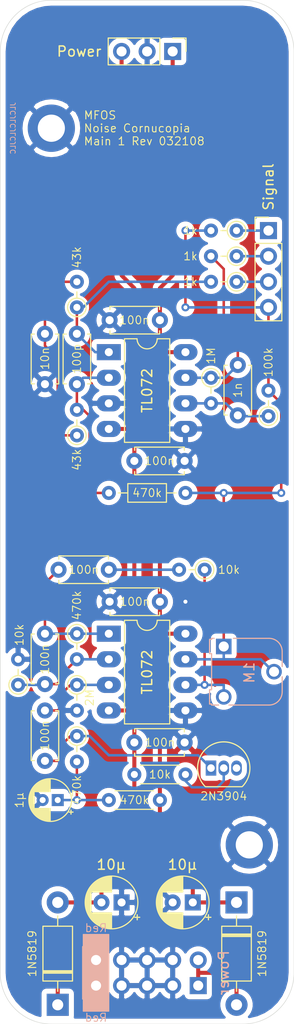
<source format=kicad_pcb>
(kicad_pcb (version 20171130) (host pcbnew "(5.1.10)-1")
  (layers (0 F.Cu signal) (31 B.Cu signal) (34 B.Paste user) (35 F.Paste user) (36 B.SilkS user) (37 F.SilkS user) (38 B.Mask user) (39 F.Mask user) (44 Edge.Cuts user))
  (net 0 "")
  (net 1 "Net-(C1-Pad2)")
  (net 2 "Net-(C1-Pad1)")
  (net 3 "Net-(C2-Pad2)")
  (net 4 "Net-(C2-Pad1)")
  (net 5 "Net-(C3-Pad2)")
  (net 6 "Net-(C3-Pad1)")
  (net 7 "Net-(C4-Pad2)")
  (net 8 +12V)
  (net 9 GND)
  (net 10 "Net-(C9-Pad2)")
  (net 11 "Net-(C9-Pad1)")
  (net 12 -12V)
  (net 13 "Net-(C14-Pad2)")
  (net 14 "Net-(C18-Pad1)")
  (net 15 HPNS)
  (net 16 LPNS)
  (net 17 WNS)
  (net 18 "Net-(Q1-Pad2)")
  (net 19 "Net-(R5-Pad1)")
  (net 20 NOISE_INT)
  (net 21 +12VA)
  (net 22 -12VA)
  (module "Eurorack Synth:Power_2x5_Vertical" (layer B.Cu) (at 19.685 97.79 90)
    (fp_text reference J4 hide)
    (fp_text value Power (at 1.27 2.54 -90) (layer B.SilkS) (effects (justify mirror)))
    (fp_text user Red (at -3.175 -10.16) (layer B.SilkS) (effects (font (size 0.8 0.8) (thickness 0.1)) (justify mirror)))
    (fp_text user Red (at 5.715 -10.16) (layer B.SilkS) (effects (font (size 0.8 0.8) (thickness 0.1)) (justify mirror)))
    (pad -12V thru_hole oval (at 2.54 -10.16 90) (size 1.7 1.7) (drill 1) (layers *.Cu *.Mask) (net 22 -12VA))
    (pad -12V thru_hole oval (at 0 -10.16 90) (size 1.7 1.7) (drill 1) (layers *.Cu *.Mask) (net 22 -12VA))
    (pad GND thru_hole oval (at 2.54 -7.62 90) (size 1.7 1.7) (drill 1) (layers *.Cu *.Mask) (net 9 GND))
    (pad GND thru_hole oval (at 0 -7.62 90) (size 1.7 1.7) (drill 1) (layers *.Cu *.Mask) (net 9 GND))
    (pad GND thru_hole oval (at 2.54 -5.08 90) (size 1.7 1.7) (drill 1) (layers *.Cu *.Mask) (net 9 GND))
    (pad GND thru_hole oval (at 0 -5.08 90) (size 1.7 1.7) (drill 1) (layers *.Cu *.Mask) (net 9 GND))
    (pad GND thru_hole oval (at 2.54 -2.54 90) (size 1.7 1.7) (drill 1) (layers *.Cu *.Mask) (net 9 GND))
    (pad GND thru_hole oval (at 0 -2.54 90) (size 1.7 1.7) (drill 1) (layers *.Cu *.Mask) (net 9 GND))
    (pad +12V thru_hole oval (at 2.54 0 90) (size 1.7 1.7) (drill 1) (layers *.Cu *.Mask) (net 21 +12VA))
    (pad +12V thru_hole rect (at 0 0 90) (size 1.7 1.7) (drill 1) (layers *.Cu *.Mask) (net 21 +12VA))
  )
  (module MountingHole:MountingHole_2.7mm_M2.5_DIN965_Pad (layer F.Cu) (at 24.765 83.82)
    (fp_text reference H2 hide)
    (fp_text value MountingHole_Pad hide)
    (pad 1 thru_hole circle (at 0 0) (size 4.7 4.7) (drill 2.7) (layers *.Cu *.Mask) (net 9 GND))
  )
  (module MountingHole:MountingHole_2.7mm_M2.5_DIN965_Pad (layer F.Cu) (at 5.08 12.7)
    (fp_text reference H1 hide)
    (fp_text value MountingHole_Pad hide)
    (pad 1 thru_hole circle (at 0 0) (size 4.7 4.7) (drill 2.7) (layers *.Cu *.Mask) (net 9 GND))
  )
  (module Resistor_THT:R_Axial_DIN0204_L3.6mm_D1.6mm_P7.62mm_Horizontal (layer F.Cu) (at 10.795 48.895)
    (fp_text reference R12 hide)
    (fp_text value 470k (at 3.81 0) (layer F.SilkS) (effects (font (size 0.8 0.8) (thickness 0.1))))
    (pad 2 thru_hole oval (at 7.62 0) (size 1.4 1.4) (drill 0.7) (layers *.Cu *.Mask) (net 20 NOISE_INT))
    (pad 1 thru_hole circle (at 0 0) (size 1.4 1.4) (drill 0.7) (layers *.Cu *.Mask) (net 11 "Net-(C9-Pad1)"))
  )
  (module Connector_PinHeader_2.54mm:PinHeader_1x03_P2.54mm_Vertical (layer F.Cu) (at 17.145 5.08 270)
    (fp_text reference J2 hide)
    (fp_text value Power (at 0 6.985 180) (layer F.SilkS) (effects (justify right)))
    (pad 3 thru_hole oval (at 0 5.08 270) (size 1.7 1.7) (drill 1) (layers *.Cu *.Mask) (net 12 -12V))
    (pad 2 thru_hole oval (at 0 2.54 270) (size 1.7 1.7) (drill 1) (layers *.Cu *.Mask) (net 9 GND))
    (pad 1 thru_hole rect (at 0 0 270) (size 1.7 1.7) (drill 1) (layers *.Cu *.Mask) (net 8 +12V))
  )
  (module Connector_PinHeader_2.54mm:PinHeader_1x04_P2.54mm_Vertical (layer F.Cu) (at 26.67 22.86)
    (fp_text reference J1 hide)
    (fp_text value Signal (at 0 -1.905 90) (layer F.SilkS) (effects (justify left)))
    (pad 4 thru_hole oval (at 0 7.62) (size 1.7 1.7) (drill 1) (layers *.Cu *.Mask) (net 20 NOISE_INT))
    (pad 3 thru_hole oval (at 0 5.08) (size 1.7 1.7) (drill 1) (layers *.Cu *.Mask) (net 15 HPNS))
    (pad 2 thru_hole oval (at 0 2.54) (size 1.7 1.7) (drill 1) (layers *.Cu *.Mask) (net 16 LPNS))
    (pad 1 thru_hole rect (at 0 0) (size 1.7 1.7) (drill 1) (layers *.Cu *.Mask) (net 17 WNS))
  )
  (module Resistor_THT:R_Axial_DIN0204_L3.6mm_D1.6mm_P5.08mm_Horizontal (layer F.Cu) (at 15.875 79.375 180)
    (fp_text reference R33 hide)
    (fp_text value 470k (at 2.54 0) (layer F.SilkS) (effects (font (size 0.8 0.8) (thickness 0.1))))
    (pad 2 thru_hole oval (at 5.08 0 180) (size 1.4 1.4) (drill 0.7) (layers *.Cu *.Mask) (net 14 "Net-(C18-Pad1)"))
    (pad 1 thru_hole circle (at 0 0 180) (size 1.4 1.4) (drill 0.7) (layers *.Cu *.Mask) (net 8 +12V))
  )
  (module Resistor_THT:R_Axial_DIN0204_L3.6mm_D1.6mm_P5.08mm_Horizontal (layer F.Cu) (at 18.415 76.835 180)
    (fp_text reference R34 hide)
    (fp_text value 10k (at 2.54 0) (layer F.SilkS) (effects (font (size 0.8 0.8) (thickness 0.1))))
    (pad 2 thru_hole oval (at 5.08 0 180) (size 1.4 1.4) (drill 0.7) (layers *.Cu *.Mask) (net 12 -12V))
    (pad 1 thru_hole circle (at 0 0 180) (size 1.4 1.4) (drill 0.7) (layers *.Cu *.Mask) (net 18 "Net-(Q1-Pad2)"))
  )
  (module Resistor_THT:R_Axial_DIN0204_L3.6mm_D1.6mm_P2.54mm_Vertical (layer F.Cu) (at 7.62 30.48 90)
    (fp_text reference R17)
    (fp_text value 43k (at 3.81 0 90) (layer F.SilkS) (effects (font (size 0.8 0.8) (thickness 0.1)) (justify left)))
    (pad 2 thru_hole oval (at 2.54 0 90) (size 1.4 1.4) (drill 0.7) (layers *.Cu *.Mask) (net 13 "Net-(C14-Pad2)"))
    (pad 1 thru_hole circle (at 0 0 90) (size 1.4 1.4) (drill 0.7) (layers *.Cu *.Mask) (net 10 "Net-(C9-Pad2)"))
  )
  (module Resistor_THT:R_Axial_DIN0204_L3.6mm_D1.6mm_P2.54mm_Vertical (layer F.Cu) (at 7.62 43.18 90)
    (fp_text reference R16 hide)
    (fp_text value 43k (at -1.27 0 90) (layer F.SilkS) (effects (font (size 0.8 0.8) (thickness 0.1)) (justify right)))
    (pad 2 thru_hole oval (at 2.54 0 90) (size 1.4 1.4) (drill 0.7) (layers *.Cu *.Mask) (net 11 "Net-(C9-Pad1)"))
    (pad 1 thru_hole circle (at 0 0 90) (size 1.4 1.4) (drill 0.7) (layers *.Cu *.Mask) (net 13 "Net-(C14-Pad2)"))
  )
  (module Resistor_THT:R_Axial_DIN0204_L3.6mm_D1.6mm_P2.54mm_Vertical (layer F.Cu) (at 23.495 27.94 180)
    (fp_text reference R11 hide)
    (fp_text value 1k (at 3.81 0) (layer F.SilkS) (effects (font (size 0.8 0.8) (thickness 0.1)) (justify right)))
    (pad 2 thru_hole oval (at 2.54 0 180) (size 1.4 1.4) (drill 0.7) (layers *.Cu *.Mask) (net 10 "Net-(C9-Pad2)"))
    (pad 1 thru_hole circle (at 0 0 180) (size 1.4 1.4) (drill 0.7) (layers *.Cu *.Mask) (net 15 HPNS))
  )
  (module Resistor_THT:R_Axial_DIN0204_L3.6mm_D1.6mm_P2.54mm_Vertical (layer F.Cu) (at 7.62 62.865 270)
    (fp_text reference R10 hide)
    (fp_text value 470k (at -1.27 0 90) (layer F.SilkS) (effects (font (size 0.8 0.8) (thickness 0.1)) (justify left)))
    (pad 2 thru_hole oval (at 2.54 0 270) (size 1.4 1.4) (drill 0.7) (layers *.Cu *.Mask) (net 7 "Net-(C4-Pad2)"))
    (pad 1 thru_hole circle (at 0 0 270) (size 1.4 1.4) (drill 0.7) (layers *.Cu *.Mask) (net 3 "Net-(C2-Pad2)"))
  )
  (module Resistor_THT:R_Axial_DIN0204_L3.6mm_D1.6mm_P2.54mm_Vertical (layer F.Cu) (at 1.778 67.945 90)
    (fp_text reference R9 hide)
    (fp_text value 10k (at 3.81 0.127 90) (layer F.SilkS) (effects (font (size 0.8 0.8) (thickness 0.1)) (justify left)))
    (pad 2 thru_hole oval (at 2.54 0 90) (size 1.4 1.4) (drill 0.7) (layers *.Cu *.Mask) (net 9 GND))
    (pad 1 thru_hole circle (at 0 0 90) (size 1.4 1.4) (drill 0.7) (layers *.Cu *.Mask) (net 7 "Net-(C4-Pad2)"))
  )
  (module Resistor_THT:R_Axial_DIN0204_L3.6mm_D1.6mm_P2.54mm_Vertical (layer F.Cu) (at 20.955 37.465 270)
    (fp_text reference R7 hide)
    (fp_text value 1M (at -1.27 0 90) (layer F.SilkS) (effects (font (size 0.8 0.8) (thickness 0.1)) (justify left)))
    (pad 2 thru_hole oval (at 2.54 0 270) (size 1.4 1.4) (drill 0.7) (layers *.Cu *.Mask) (net 5 "Net-(C3-Pad2)"))
    (pad 1 thru_hole circle (at 0 0 270) (size 1.4 1.4) (drill 0.7) (layers *.Cu *.Mask) (net 6 "Net-(C3-Pad1)"))
  )
  (module Resistor_THT:R_Axial_DIN0204_L3.6mm_D1.6mm_P2.54mm_Vertical (layer F.Cu) (at 26.67 41.275 90)
    (fp_text reference R6 hide)
    (fp_text value 100k (at 3.81 0 90) (layer F.SilkS) (effects (font (size 0.8 0.8) (thickness 0.1)) (justify left)))
    (pad 2 thru_hole oval (at 2.54 0 90) (size 1.4 1.4) (drill 0.7) (layers *.Cu *.Mask) (net 20 NOISE_INT))
    (pad 1 thru_hole circle (at 0 0 90) (size 1.4 1.4) (drill 0.7) (layers *.Cu *.Mask) (net 5 "Net-(C3-Pad2)"))
  )
  (module Resistor_THT:R_Axial_DIN0204_L3.6mm_D1.6mm_P2.54mm_Vertical (layer F.Cu) (at 20.32 56.515 180)
    (fp_text reference R5 hide)
    (fp_text value 10k (at -1.27 0) (layer F.SilkS) (effects (font (size 0.8 0.8) (thickness 0.1)) (justify left)))
    (pad 2 thru_hole oval (at 2.54 0 180) (size 1.4 1.4) (drill 0.7) (layers *.Cu *.Mask) (net 4 "Net-(C2-Pad1)"))
    (pad 1 thru_hole circle (at 0 0 180) (size 1.4 1.4) (drill 0.7) (layers *.Cu *.Mask) (net 19 "Net-(R5-Pad1)"))
  )
  (module Resistor_THT:R_Axial_DIN0204_L3.6mm_D1.6mm_P2.54mm_Vertical (layer F.Cu) (at 7.62 67.945 270)
    (fp_text reference R4 hide)
    (fp_text value 2M (at 1.27 -1.27 90) (layer F.SilkS) (effects (font (size 0.8 0.8) (thickness 0.1))))
    (pad 2 thru_hole oval (at 2.54 0 270) (size 1.4 1.4) (drill 0.7) (layers *.Cu *.Mask) (net 9 GND))
    (pad 1 thru_hole circle (at 0 0 270) (size 1.4 1.4) (drill 0.7) (layers *.Cu *.Mask) (net 2 "Net-(C1-Pad1)"))
  )
  (module Resistor_THT:R_Axial_DIN0204_L3.6mm_D1.6mm_P2.54mm_Vertical (layer F.Cu) (at 23.495 25.4 180)
    (fp_text reference R3 hide)
    (fp_text value 1k (at 3.81 0) (layer F.SilkS) (effects (font (size 0.8 0.8) (thickness 0.1)) (justify right)))
    (pad 2 thru_hole oval (at 2.54 0 180) (size 1.4 1.4) (drill 0.7) (layers *.Cu *.Mask) (net 6 "Net-(C3-Pad1)"))
    (pad 1 thru_hole circle (at 0 0 180) (size 1.4 1.4) (drill 0.7) (layers *.Cu *.Mask) (net 16 LPNS))
  )
  (module Resistor_THT:R_Axial_DIN0204_L3.6mm_D1.6mm_P2.54mm_Vertical (layer F.Cu) (at 7.62 73.025 270)
    (fp_text reference R2 hide)
    (fp_text value 470k (at 3.81 0 90) (layer F.SilkS) (effects (font (size 0.8 0.8) (thickness 0.1)) (justify right)))
    (pad 2 thru_hole oval (at 2.54 0 270) (size 1.4 1.4) (drill 0.7) (layers *.Cu *.Mask) (net 14 "Net-(C18-Pad1)"))
    (pad 1 thru_hole circle (at 0 0 270) (size 1.4 1.4) (drill 0.7) (layers *.Cu *.Mask) (net 1 "Net-(C1-Pad2)"))
  )
  (module Resistor_THT:R_Axial_DIN0204_L3.6mm_D1.6mm_P2.54mm_Vertical (layer F.Cu) (at 23.495 22.86 180)
    (fp_text reference R1 hide)
    (fp_text value 1k (at 3.81 0) (layer F.SilkS) (effects (font (size 0.8 0.8) (thickness 0.1)) (justify right)))
    (pad 2 thru_hole oval (at 2.54 0 180) (size 1.4 1.4) (drill 0.7) (layers *.Cu *.Mask) (net 20 NOISE_INT))
    (pad 1 thru_hole circle (at 0 0 180) (size 1.4 1.4) (drill 0.7) (layers *.Cu *.Mask) (net 17 WNS))
  )
  (module Package_DIP:DIP-8_W7.62mm_LongPads (layer F.Cu) (at 10.795 34.925)
    (fp_text reference U2 hide)
    (fp_text value TL072 (at 3.81 3.81 90) (layer F.SilkS))
    (pad 8 thru_hole oval (at 7.62 0) (size 2.4 1.6) (drill 0.8) (layers *.Cu *.Mask) (net 8 +12V))
    (pad 4 thru_hole oval (at 0 7.62) (size 2.4 1.6) (drill 0.8) (layers *.Cu *.Mask) (net 12 -12V))
    (pad 7 thru_hole oval (at 7.62 2.54) (size 2.4 1.6) (drill 0.8) (layers *.Cu *.Mask) (net 6 "Net-(C3-Pad1)"))
    (pad 3 thru_hole oval (at 0 5.08) (size 2.4 1.6) (drill 0.8) (layers *.Cu *.Mask) (net 9 GND))
    (pad 6 thru_hole oval (at 7.62 5.08) (size 2.4 1.6) (drill 0.8) (layers *.Cu *.Mask) (net 5 "Net-(C3-Pad2)"))
    (pad 2 thru_hole oval (at 0 2.54) (size 2.4 1.6) (drill 0.8) (layers *.Cu *.Mask) (net 11 "Net-(C9-Pad1)"))
    (pad 5 thru_hole oval (at 7.62 7.62) (size 2.4 1.6) (drill 0.8) (layers *.Cu *.Mask) (net 9 GND))
    (pad 1 thru_hole rect (at 0 0) (size 2.4 1.6) (drill 0.8) (layers *.Cu *.Mask) (net 10 "Net-(C9-Pad2)"))
  )
  (module Package_DIP:DIP-8_W7.62mm_LongPads (layer F.Cu) (at 10.795 62.865)
    (fp_text reference U1 hide)
    (fp_text value TL072 (at 3.81 3.81 90) (layer F.SilkS))
    (pad 8 thru_hole oval (at 7.62 0) (size 2.4 1.6) (drill 0.8) (layers *.Cu *.Mask) (net 8 +12V))
    (pad 4 thru_hole oval (at 0 7.62) (size 2.4 1.6) (drill 0.8) (layers *.Cu *.Mask) (net 12 -12V))
    (pad 7 thru_hole oval (at 7.62 2.54) (size 2.4 1.6) (drill 0.8) (layers *.Cu *.Mask) (net 20 NOISE_INT))
    (pad 3 thru_hole oval (at 0 5.08) (size 2.4 1.6) (drill 0.8) (layers *.Cu *.Mask) (net 2 "Net-(C1-Pad1)"))
    (pad 6 thru_hole oval (at 7.62 5.08) (size 2.4 1.6) (drill 0.8) (layers *.Cu *.Mask) (net 19 "Net-(R5-Pad1)"))
    (pad 2 thru_hole oval (at 0 2.54) (size 2.4 1.6) (drill 0.8) (layers *.Cu *.Mask) (net 7 "Net-(C4-Pad2)"))
    (pad 5 thru_hole oval (at 7.62 7.62) (size 2.4 1.6) (drill 0.8) (layers *.Cu *.Mask) (net 9 GND))
    (pad 1 thru_hole rect (at 0 0) (size 2.4 1.6) (drill 0.8) (layers *.Cu *.Mask) (net 3 "Net-(C2-Pad2)"))
  )
  (module Potentiometer_THT:Potentiometer_Runtron_RM-065_Vertical (layer B.Cu) (at 22.225 64.135 270)
    (fp_text reference R8 hide)
    (fp_text value 1M (at 2.6 -2.54 270) (layer B.SilkS) (effects (justify mirror)))
    (pad 2 thru_hole circle (at 2.5 -5 270) (size 1.55 1.55) (drill 1) (layers *.Cu *.Mask) (net 20 NOISE_INT))
    (pad 1 thru_hole rect (at 0 0 270) (size 1.55 1.55) (drill 1) (layers *.Cu *.Mask) (net 20 NOISE_INT))
    (pad 3 thru_hole circle (at 5 0 270) (size 1.55 1.55) (drill 1) (layers *.Cu *.Mask) (net 19 "Net-(R5-Pad1)"))
  )
  (module Package_TO_SOT_THT:TO-92_Inline (layer F.Cu) (at 20.955 76.2)
    (fp_text reference Q1 hide)
    (fp_text value 2N3904 (at 1.27 2.79) (layer F.SilkS) (effects (font (size 0.8 0.8) (thickness 0.1))))
    (pad 1 thru_hole rect (at 0 0) (size 1.05 1.5) (drill 0.75) (layers *.Cu *.Mask) (net 1 "Net-(C1-Pad2)"))
    (pad 3 thru_hole oval (at 2.54 0) (size 1.05 1.5) (drill 0.75) (layers *.Cu *.Mask))
    (pad 2 thru_hole oval (at 1.27 0) (size 1.05 1.5) (drill 0.75) (layers *.Cu *.Mask) (net 18 "Net-(Q1-Pad2)"))
  )
  (module Diode_THT:D_DO-41_SOD81_P10.16mm_Horizontal (layer F.Cu) (at 5.715 99.695 90)
    (fp_text reference D5 hide)
    (fp_text value 1N5819 (at 5.08 -2.54 90) (layer F.SilkS) (effects (font (size 0.8 0.8) (thickness 0.1))))
    (pad 2 thru_hole oval (at 10.16 0 90) (size 2.2 2.2) (drill 1.1) (layers *.Cu *.Mask) (net 12 -12V))
    (pad 1 thru_hole rect (at 0 0 90) (size 2.2 2.2) (drill 1.1) (layers *.Cu *.Mask) (net 22 -12VA))
  )
  (module Diode_THT:D_DO-41_SOD81_P10.16mm_Horizontal (layer F.Cu) (at 23.495 89.535 270)
    (fp_text reference D4 hide)
    (fp_text value 1N5819 (at 5.08 -2.54 90) (layer F.SilkS) (effects (font (size 0.8 0.8) (thickness 0.1))))
    (pad 2 thru_hole oval (at 10.16 0 270) (size 2.2 2.2) (drill 1.1) (layers *.Cu *.Mask) (net 21 +12VA))
    (pad 1 thru_hole rect (at 0 0 270) (size 2.2 2.2) (drill 1.1) (layers *.Cu *.Mask) (net 8 +12V))
  )
  (module Capacitor_THT:CP_Radial_D4.0mm_P1.50mm (layer F.Cu) (at 5.715 79.375 180)
    (fp_text reference C18 hide)
    (fp_text value 1µ (at 3.81 0 90) (layer F.SilkS) (effects (font (size 0.8 0.8) (thickness 0.1))))
    (pad 2 thru_hole circle (at 1.5 0 180) (size 1.2 1.2) (drill 0.6) (layers *.Cu *.Mask) (net 9 GND))
    (pad 1 thru_hole rect (at 0 0 180) (size 1.2 1.2) (drill 0.6) (layers *.Cu *.Mask) (net 14 "Net-(C18-Pad1)"))
  )
  (module Capacitor_THT:C_Disc_D4.7mm_W2.5mm_P5.00mm (layer F.Cu) (at 4.445 38.1 90)
    (fp_text reference C14 hide)
    (fp_text value 10n (at 2.54 0 90) (layer F.SilkS) (effects (font (size 0.8 0.8) (thickness 0.1))))
    (pad 2 thru_hole circle (at 5 0 90) (size 1.6 1.6) (drill 0.8) (layers *.Cu *.Mask) (net 13 "Net-(C14-Pad2)"))
    (pad 1 thru_hole circle (at 0 0 90) (size 1.6 1.6) (drill 0.8) (layers *.Cu *.Mask) (net 9 GND))
  )
  (module Capacitor_THT:C_Disc_D4.7mm_W2.5mm_P5.00mm (layer F.Cu) (at 13.335 45.72)
    (fp_text reference C12 hide)
    (fp_text value 100n (at 2.5 0) (layer F.SilkS) (effects (font (size 0.8 0.8) (thickness 0.1))))
    (pad 2 thru_hole circle (at 5 0) (size 1.6 1.6) (drill 0.8) (layers *.Cu *.Mask) (net 9 GND))
    (pad 1 thru_hole circle (at 0 0) (size 1.6 1.6) (drill 0.8) (layers *.Cu *.Mask) (net 12 -12V))
  )
  (module Capacitor_THT:CP_Radial_D5.0mm_P2.00mm (layer F.Cu) (at 12.065 89.535 180)
    (fp_text reference C11 hide)
    (fp_text value 10µ (at 1 3.75) (layer F.SilkS))
    (pad 2 thru_hole circle (at 2 0 180) (size 1.6 1.6) (drill 0.8) (layers *.Cu *.Mask) (net 12 -12V))
    (pad 1 thru_hole rect (at 0 0 180) (size 1.6 1.6) (drill 0.8) (layers *.Cu *.Mask) (net 9 GND))
  )
  (module Capacitor_THT:C_Disc_D4.7mm_W2.5mm_P5.00mm (layer F.Cu) (at 13.335 73.66)
    (fp_text reference C10 hide)
    (fp_text value 100n (at 2.54 0) (layer F.SilkS) (effects (font (size 0.8 0.8) (thickness 0.1))))
    (pad 2 thru_hole circle (at 5 0) (size 1.6 1.6) (drill 0.8) (layers *.Cu *.Mask) (net 9 GND))
    (pad 1 thru_hole circle (at 0 0) (size 1.6 1.6) (drill 0.8) (layers *.Cu *.Mask) (net 12 -12V))
  )
  (module Capacitor_THT:C_Disc_D4.7mm_W2.5mm_P5.00mm (layer F.Cu) (at 7.62 38.1 90)
    (fp_text reference C9 hide)
    (fp_text value 100p (at 2.5 0 90) (layer F.SilkS) (effects (font (size 0.8 0.8) (thickness 0.1))))
    (pad 2 thru_hole circle (at 5 0 90) (size 1.6 1.6) (drill 0.8) (layers *.Cu *.Mask) (net 10 "Net-(C9-Pad2)"))
    (pad 1 thru_hole circle (at 0 0 90) (size 1.6 1.6) (drill 0.8) (layers *.Cu *.Mask) (net 11 "Net-(C9-Pad1)"))
  )
  (module Capacitor_THT:C_Disc_D4.7mm_W2.5mm_P5.00mm (layer F.Cu) (at 10.875 31.75)
    (fp_text reference C7 hide)
    (fp_text value 100n (at 2.46 0) (layer F.SilkS) (effects (font (size 0.8 0.8) (thickness 0.1))))
    (pad 2 thru_hole circle (at 5 0) (size 1.6 1.6) (drill 0.8) (layers *.Cu *.Mask) (net 8 +12V))
    (pad 1 thru_hole circle (at 0 0) (size 1.6 1.6) (drill 0.8) (layers *.Cu *.Mask) (net 9 GND))
  )
  (module Capacitor_THT:CP_Radial_D5.0mm_P2.00mm (layer F.Cu) (at 19.145 89.535 180)
    (fp_text reference C6 hide)
    (fp_text value 10µ (at 1 3.75) (layer F.SilkS))
    (pad 2 thru_hole circle (at 2 0 180) (size 1.6 1.6) (drill 0.8) (layers *.Cu *.Mask) (net 9 GND))
    (pad 1 thru_hole rect (at 0 0 180) (size 1.6 1.6) (drill 0.8) (layers *.Cu *.Mask) (net 8 +12V))
  )
  (module Capacitor_THT:C_Disc_D4.7mm_W2.5mm_P5.00mm (layer F.Cu) (at 10.875 59.69)
    (fp_text reference C5 hide)
    (fp_text value 100n (at 2.5 0) (layer F.SilkS) (effects (font (size 0.8 0.8) (thickness 0.1))))
    (pad 2 thru_hole circle (at 5 0) (size 1.6 1.6) (drill 0.8) (layers *.Cu *.Mask) (net 8 +12V))
    (pad 1 thru_hole circle (at 0 0) (size 1.6 1.6) (drill 0.8) (layers *.Cu *.Mask) (net 9 GND))
  )
  (module Capacitor_THT:C_Disc_D4.7mm_W2.5mm_P5.00mm (layer F.Cu) (at 4.445 62.865 270)
    (fp_text reference C4 hide)
    (fp_text value 100n (at 2.54 0 90) (layer F.SilkS) (effects (font (size 0.8 0.8) (thickness 0.1))))
    (pad 2 thru_hole circle (at 5 0 270) (size 1.6 1.6) (drill 0.8) (layers *.Cu *.Mask) (net 7 "Net-(C4-Pad2)"))
    (pad 1 thru_hole circle (at 0 0 270) (size 1.6 1.6) (drill 0.8) (layers *.Cu *.Mask) (net 3 "Net-(C2-Pad2)"))
  )
  (module Capacitor_THT:C_Disc_D4.7mm_W2.5mm_P5.00mm (layer F.Cu) (at 23.622 36.195 270)
    (fp_text reference C3 hide)
    (fp_text value 1n (at 2.5 0 90) (layer F.SilkS) (effects (font (size 0.8 0.8) (thickness 0.1))))
    (pad 2 thru_hole circle (at 5 0 270) (size 1.6 1.6) (drill 0.8) (layers *.Cu *.Mask) (net 5 "Net-(C3-Pad2)"))
    (pad 1 thru_hole circle (at 0 0 270) (size 1.6 1.6) (drill 0.8) (layers *.Cu *.Mask) (net 6 "Net-(C3-Pad1)"))
  )
  (module Capacitor_THT:C_Disc_D4.7mm_W2.5mm_P5.00mm (layer F.Cu) (at 10.795 56.515 180)
    (fp_text reference C2 hide)
    (fp_text value 100n (at 2.5 0) (layer F.SilkS) (effects (font (size 0.8 0.8) (thickness 0.1))))
    (pad 2 thru_hole circle (at 5 0 180) (size 1.6 1.6) (drill 0.8) (layers *.Cu *.Mask) (net 3 "Net-(C2-Pad2)"))
    (pad 1 thru_hole circle (at 0 0 180) (size 1.6 1.6) (drill 0.8) (layers *.Cu *.Mask) (net 4 "Net-(C2-Pad1)"))
  )
  (module Capacitor_THT:C_Disc_D4.7mm_W2.5mm_P5.00mm (layer F.Cu) (at 4.445 70.485 270)
    (fp_text reference C1 hide)
    (fp_text value 100n (at 2.5 0 90) (layer F.SilkS) (effects (font (size 0.8 0.8) (thickness 0.1))))
    (pad 2 thru_hole circle (at 5 0 270) (size 1.6 1.6) (drill 0.8) (layers *.Cu *.Mask) (net 1 "Net-(C1-Pad2)"))
    (pad 1 thru_hole circle (at 0 0 270) (size 1.6 1.6) (drill 0.8) (layers *.Cu *.Mask) (net 2 "Net-(C1-Pad1)"))
  )
  (gr_text JLCJLCJLCJLC (at 1.27 12.7 90) (layer B.SilkS) (effects (font (size 0.5 0.5) (thickness 0.08)) (justify mirror)))
  (gr_arc (start 24.13 5.08) (end 29.21 5.08) (angle -90) (layer Edge.Cuts) (width 0.05))
  (gr_arc (start 24.13 96.52) (end 24.13 101.6) (angle -90) (layer Edge.Cuts) (width 0.05))
  (gr_arc (start 5.08 96.52) (end 0 96.52) (angle -90) (layer Edge.Cuts) (width 0.05))
  (gr_arc (start 5.08 5.08) (end 5.08 0) (angle -90) (layer Edge.Cuts) (width 0.05))
  (gr_text "MFOS\nNoise Cornucopia\nMain 1 Rev 032108" (at 8.255 12.7) (layer F.SilkS) (effects (font (size 0.8 0.8) (thickness 0.1)) (justify left)))
  (gr_line (start 29.21 96.52) (end 29.21 5.08) (layer Edge.Cuts) (width 0.05))
  (gr_line (start 5.08 101.6) (end 24.13 101.6) (layer Edge.Cuts) (width 0.05))
  (gr_line (start 0 5.08) (end 0 96.52) (layer Edge.Cuts) (width 0.05))
  (gr_line (start 5.08 0) (end 24.13 0) (layer Edge.Cuts) (width 0.05))
  (segment (start 7.62 73.025) (end 6.985 73.025) (width 0.25) (layer F.Cu) (net 1))
  (segment (start 6.985 73.025) (end 6.35 73.66) (width 0.25) (layer F.Cu) (net 1))
  (segment (start 6.35 73.66) (end 6.35 74.93) (width 0.25) (layer F.Cu) (net 1))
  (segment (start 5.795 75.485) (end 4.445 75.485) (width 0.25) (layer F.Cu) (net 1))
  (segment (start 6.35 74.93) (end 5.795 75.485) (width 0.25) (layer F.Cu) (net 1))
  (segment (start 7.62 73.025) (end 8.89 73.025) (width 0.25) (layer B.Cu) (net 1))
  (segment (start 8.89 73.025) (end 10.795 74.93) (width 0.25) (layer B.Cu) (net 1))
  (segment (start 10.795 74.93) (end 19.685 74.93) (width 0.25) (layer B.Cu) (net 1))
  (segment (start 19.685 74.93) (end 20.955 76.2) (width 0.25) (layer B.Cu) (net 1))
  (segment (start 7.62 67.945) (end 6.985 67.945) (width 0.25) (layer F.Cu) (net 2))
  (segment (start 6.985 67.945) (end 6.35 68.58) (width 0.25) (layer F.Cu) (net 2))
  (segment (start 6.35 68.58) (end 6.35 69.85) (width 0.25) (layer F.Cu) (net 2))
  (segment (start 5.715 70.485) (end 4.445 70.485) (width 0.25) (layer F.Cu) (net 2))
  (segment (start 6.35 69.85) (end 5.715 70.485) (width 0.25) (layer F.Cu) (net 2))
  (segment (start 7.62 67.945) (end 10.795 67.945) (width 0.25) (layer B.Cu) (net 2))
  (segment (start 4.445 62.865) (end 7.62 62.865) (width 0.25) (layer B.Cu) (net 3))
  (segment (start 7.62 62.865) (end 10.795 62.865) (width 0.25) (layer B.Cu) (net 3))
  (segment (start 4.445 57.865) (end 5.795 56.515) (width 0.25) (layer F.Cu) (net 3))
  (segment (start 4.445 62.865) (end 4.445 57.865) (width 0.25) (layer F.Cu) (net 3))
  (segment (start 10.795 56.515) (end 17.78 56.515) (width 0.25) (layer B.Cu) (net 4))
  (segment (start 23.575 41.275) (end 23.495 41.195) (width 0.25) (layer B.Cu) (net 5))
  (segment (start 18.415 40.005) (end 20.955 40.005) (width 0.25) (layer B.Cu) (net 5))
  (segment (start 22.432 40.005) (end 23.622 41.195) (width 0.25) (layer B.Cu) (net 5))
  (segment (start 20.955 40.005) (end 22.432 40.005) (width 0.25) (layer B.Cu) (net 5))
  (segment (start 23.702 41.275) (end 23.622 41.195) (width 0.25) (layer B.Cu) (net 5))
  (segment (start 26.67 41.275) (end 23.702 41.275) (width 0.25) (layer B.Cu) (net 5))
  (segment (start 18.415 37.465) (end 20.955 37.465) (width 0.25) (layer B.Cu) (net 6))
  (segment (start 22.225 26.67) (end 20.955 25.4) (width 0.25) (layer F.Cu) (net 6))
  (segment (start 22.225 31.75) (end 22.225 26.67) (width 0.25) (layer F.Cu) (net 6))
  (segment (start 23.622 33.147) (end 22.225 31.75) (width 0.25) (layer F.Cu) (net 6))
  (segment (start 23.622 36.195) (end 23.622 33.147) (width 0.25) (layer F.Cu) (net 6))
  (segment (start 22.352 37.465) (end 23.622 36.195) (width 0.25) (layer B.Cu) (net 6))
  (segment (start 20.955 37.465) (end 22.352 37.465) (width 0.25) (layer B.Cu) (net 6))
  (segment (start 7.62 65.405) (end 6.35 66.675) (width 0.25) (layer F.Cu) (net 7))
  (segment (start 4.445 67.865) (end 5.635 67.865) (width 0.25) (layer F.Cu) (net 7))
  (segment (start 6.35 67.15) (end 6.35 66.675) (width 0.25) (layer F.Cu) (net 7))
  (segment (start 5.635 67.865) (end 6.35 67.15) (width 0.25) (layer F.Cu) (net 7))
  (segment (start 7.62 65.405) (end 10.795 65.405) (width 0.25) (layer B.Cu) (net 7))
  (segment (start 4.365 67.945) (end 4.445 67.865) (width 0.25) (layer B.Cu) (net 7))
  (segment (start 1.778 67.945) (end 4.365 67.945) (width 0.25) (layer B.Cu) (net 7))
  (segment (start 23.495 89.535) (end 19.145 89.535) (width 0.4) (layer F.Cu) (net 8))
  (segment (start 19.145 89.535) (end 19.145 87.725) (width 0.4) (layer F.Cu) (net 8))
  (segment (start 19.145 87.725) (end 18.415 86.995) (width 0.4) (layer F.Cu) (net 8))
  (segment (start 18.415 86.995) (end 16.51 86.995) (width 0.4) (layer F.Cu) (net 8))
  (segment (start 15.875 86.36) (end 15.875 78.74) (width 0.4) (layer F.Cu) (net 8))
  (segment (start 16.51 86.995) (end 15.875 86.36) (width 0.4) (layer F.Cu) (net 8))
  (segment (start 15.875 78.74) (end 15.875 62.865) (width 0.4) (layer F.Cu) (net 8))
  (segment (start 15.875 62.865) (end 18.415 62.865) (width 0.4) (layer F.Cu) (net 8))
  (segment (start 15.875 62.865) (end 15.875 59.69) (width 0.4) (layer F.Cu) (net 8))
  (segment (start 15.875 59.69) (end 15.875 34.925) (width 0.4) (layer F.Cu) (net 8))
  (segment (start 15.875 34.925) (end 18.415 34.925) (width 0.4) (layer F.Cu) (net 8))
  (segment (start 15.875 34.925) (end 15.875 31.75) (width 0.4) (layer F.Cu) (net 8))
  (segment (start 15.875 28.575) (end 15.875 31.75) (width 0.4) (layer F.Cu) (net 8))
  (segment (start 17.145 27.305) (end 15.875 28.575) (width 0.4) (layer F.Cu) (net 8))
  (segment (start 17.145 5.08) (end 17.145 27.305) (width 0.4) (layer F.Cu) (net 8))
  (via (at 18.415 59.69) (size 0.8) (drill 0.4) (layers F.Cu B.Cu) (net 9))
  (segment (start 9.445 34.925) (end 7.62 33.1) (width 0.25) (layer B.Cu) (net 10))
  (segment (start 10.795 34.925) (end 9.445 34.925) (width 0.25) (layer B.Cu) (net 10))
  (segment (start 7.62 33.1) (end 7.62 30.48) (width 0.25) (layer F.Cu) (net 10))
  (segment (start 20.955 27.94) (end 10.795 27.94) (width 0.25) (layer B.Cu) (net 10))
  (segment (start 10.795 27.94) (end 8.255 30.48) (width 0.25) (layer B.Cu) (net 10))
  (segment (start 8.255 30.48) (end 7.62 30.48) (width 0.25) (layer B.Cu) (net 10))
  (segment (start 7.62 40.64) (end 7.62 38.1) (width 0.25) (layer F.Cu) (net 11))
  (segment (start 8.255 37.465) (end 7.62 38.1) (width 0.25) (layer B.Cu) (net 11))
  (segment (start 10.795 37.465) (end 8.255 37.465) (width 0.25) (layer B.Cu) (net 11))
  (segment (start 9.525 48.895) (end 10.795 48.895) (width 0.25) (layer F.Cu) (net 11))
  (segment (start 8.89 48.26) (end 9.525 48.895) (width 0.25) (layer F.Cu) (net 11))
  (segment (start 8.89 41.275) (end 8.89 48.26) (width 0.25) (layer F.Cu) (net 11))
  (segment (start 8.255 40.64) (end 8.89 41.275) (width 0.25) (layer F.Cu) (net 11))
  (segment (start 7.62 40.64) (end 8.255 40.64) (width 0.25) (layer F.Cu) (net 11))
  (segment (start 5.715 89.535) (end 10.065 89.535) (width 0.4) (layer F.Cu) (net 12))
  (segment (start 12.7 86.995) (end 13.335 86.36) (width 0.4) (layer F.Cu) (net 12))
  (segment (start 10.795 86.995) (end 12.7 86.995) (width 0.4) (layer F.Cu) (net 12))
  (segment (start 10.065 87.725) (end 10.795 86.995) (width 0.4) (layer F.Cu) (net 12))
  (segment (start 10.065 89.535) (end 10.065 87.725) (width 0.4) (layer F.Cu) (net 12))
  (segment (start 13.335 86.36) (end 13.335 78.74) (width 0.4) (layer F.Cu) (net 12))
  (segment (start 13.335 78.74) (end 13.335 76.2) (width 0.4) (layer F.Cu) (net 12))
  (segment (start 13.335 76.2) (end 13.335 73.66) (width 0.4) (layer F.Cu) (net 12))
  (segment (start 13.335 73.66) (end 13.335 70.485) (width 0.4) (layer F.Cu) (net 12))
  (segment (start 13.335 70.485) (end 10.795 70.485) (width 0.4) (layer F.Cu) (net 12))
  (segment (start 13.335 70.485) (end 13.335 51.435) (width 0.4) (layer F.Cu) (net 12))
  (segment (start 13.335 51.435) (end 13.335 45.72) (width 0.4) (layer F.Cu) (net 12))
  (segment (start 13.335 45.72) (end 13.335 42.545) (width 0.4) (layer F.Cu) (net 12))
  (segment (start 13.335 42.545) (end 10.795 42.545) (width 0.4) (layer F.Cu) (net 12))
  (segment (start 12.065 27.305) (end 13.335 28.575) (width 0.4) (layer F.Cu) (net 12))
  (segment (start 13.335 28.575) (end 13.335 42.545) (width 0.4) (layer F.Cu) (net 12))
  (segment (start 12.065 5.08) (end 12.065 27.305) (width 0.4) (layer F.Cu) (net 12))
  (segment (start 6.35 43.18) (end 7.62 43.18) (width 0.25) (layer F.Cu) (net 13))
  (segment (start 5.715 42.545) (end 6.35 43.18) (width 0.25) (layer F.Cu) (net 13))
  (segment (start 5.715 35.56) (end 5.715 42.545) (width 0.25) (layer F.Cu) (net 13))
  (segment (start 4.445 34.29) (end 5.715 35.56) (width 0.25) (layer F.Cu) (net 13))
  (segment (start 4.445 33.1) (end 4.445 34.29) (width 0.25) (layer F.Cu) (net 13))
  (segment (start 4.445 33.1) (end 4.445 28.575) (width 0.25) (layer F.Cu) (net 13))
  (segment (start 5.08 27.94) (end 7.62 27.94) (width 0.25) (layer F.Cu) (net 13))
  (segment (start 4.445 28.575) (end 5.08 27.94) (width 0.25) (layer F.Cu) (net 13))
  (segment (start 5.715 79.375) (end 7.62 79.375) (width 0.25) (layer B.Cu) (net 14))
  (segment (start 7.62 79.375) (end 10.795 79.375) (width 0.25) (layer B.Cu) (net 14))
  (via (at 7.62 79.375) (size 0.8) (drill 0.4) (layers F.Cu B.Cu) (net 14))
  (segment (start 7.62 75.565) (end 7.62 79.375) (width 0.25) (layer F.Cu) (net 14))
  (segment (start 23.495 27.94) (end 26.67 27.94) (width 0.25) (layer B.Cu) (net 15))
  (segment (start 23.495 25.4) (end 26.67 25.4) (width 0.25) (layer B.Cu) (net 16))
  (segment (start 23.495 22.86) (end 26.67 22.86) (width 0.25) (layer B.Cu) (net 17))
  (segment (start 18.415 77.47) (end 19.05 78.105) (width 0.25) (layer B.Cu) (net 18))
  (segment (start 19.05 78.105) (end 21.59 78.105) (width 0.25) (layer B.Cu) (net 18))
  (segment (start 22.225 77.47) (end 22.225 76.2) (width 0.25) (layer B.Cu) (net 18))
  (segment (start 21.59 78.105) (end 22.225 77.47) (width 0.25) (layer B.Cu) (net 18))
  (segment (start 18.415 76.835) (end 18.415 77.47) (width 0.25) (layer B.Cu) (net 18))
  (segment (start 18.415 67.945) (end 22.225 67.945) (width 0.25) (layer B.Cu) (net 19))
  (segment (start 22.225 67.945) (end 22.225 69.215) (width 0.25) (layer B.Cu) (net 19))
  (segment (start 20.32 56.515) (end 20.32 67.945) (width 0.25) (layer F.Cu) (net 19))
  (segment (start 20.32 67.945) (end 20.32 67.945) (width 0.25) (layer F.Cu) (net 19))
  (via (at 20.32 67.945) (size 0.8) (drill 0.4) (layers F.Cu B.Cu) (net 19))
  (segment (start 18.415 65.405) (end 22.225 65.405) (width 0.25) (layer B.Cu) (net 20))
  (segment (start 22.225 65.405) (end 22.225 64.215) (width 0.25) (layer B.Cu) (net 20))
  (segment (start 25.915 65.405) (end 27.225 66.715) (width 0.25) (layer B.Cu) (net 20))
  (segment (start 22.225 65.405) (end 25.915 65.405) (width 0.25) (layer B.Cu) (net 20))
  (segment (start 22.225 64.215) (end 22.225 48.895) (width 0.25) (layer F.Cu) (net 20))
  (segment (start 22.225 48.895) (end 22.225 48.895) (width 0.25) (layer F.Cu) (net 20))
  (via (at 22.225 48.895) (size 0.8) (drill 0.4) (layers F.Cu B.Cu) (net 20))
  (segment (start 22.225 48.895) (end 18.415 48.895) (width 0.25) (layer B.Cu) (net 20))
  (segment (start 22.225 48.895) (end 27.94 48.895) (width 0.25) (layer B.Cu) (net 20))
  (segment (start 27.94 48.895) (end 27.94 48.895) (width 0.25) (layer B.Cu) (net 20))
  (via (at 27.94 48.895) (size 0.8) (drill 0.4) (layers F.Cu B.Cu) (net 20))
  (segment (start 27.94 40.005) (end 26.67 38.735) (width 0.25) (layer F.Cu) (net 20))
  (segment (start 27.94 48.895) (end 27.94 40.005) (width 0.25) (layer F.Cu) (net 20))
  (segment (start 26.67 38.735) (end 26.67 30.48) (width 0.25) (layer F.Cu) (net 20))
  (segment (start 26.67 30.48) (end 18.415 30.48) (width 0.25) (layer B.Cu) (net 20))
  (segment (start 18.415 30.48) (end 18.415 30.48) (width 0.25) (layer B.Cu) (net 20))
  (via (at 18.415 30.48) (size 0.8) (drill 0.4) (layers F.Cu B.Cu) (net 20))
  (segment (start 18.415 30.48) (end 18.415 22.86) (width 0.25) (layer F.Cu) (net 20))
  (segment (start 18.415 22.86) (end 18.415 22.86) (width 0.25) (layer F.Cu) (net 20))
  (via (at 18.415 22.86) (size 0.8) (drill 0.4) (layers F.Cu B.Cu) (net 20))
  (segment (start 18.415 22.86) (end 20.955 22.86) (width 0.25) (layer B.Cu) (net 20))
  (segment (start 19.685 96.52) (end 23.495 96.52) (width 0.4) (layer F.Cu) (net 21))
  (segment (start 19.685 95.25) (end 19.685 96.52) (width 0.4) (layer F.Cu) (net 21))
  (segment (start 19.685 96.52) (end 19.685 97.79) (width 0.4) (layer F.Cu) (net 21))
  (segment (start 23.495 96.52) (end 23.495 99.695) (width 0.4) (layer F.Cu) (net 21))
  (segment (start 9.525 96.52) (end 5.715 96.52) (width 0.4) (layer F.Cu) (net 22))
  (segment (start 9.525 95.25) (end 9.525 96.52) (width 0.4) (layer F.Cu) (net 22))
  (segment (start 9.525 96.52) (end 9.525 97.79) (width 0.4) (layer F.Cu) (net 22))
  (segment (start 5.715 96.52) (end 5.715 99.695) (width 0.4) (layer F.Cu) (net 22))
  (zone (net 9) (net_name GND) (layer F.Cu) (connect_pads (clearance 0.508)) (min_thickness 0.254) (fill yes (arc_segments 32) (thermal_gap 0.508) (thermal_bridge_width 0.508))
    (polygon (pts (xy 29.21 101.6) (xy 0 101.6) (xy 0 0) (xy 29.21 0)))
  )
  (zone (net 9) (net_name GND) (layer B.Cu) (connect_pads (clearance 0.508)) (min_thickness 0.254) (fill yes (arc_segments 32) (thermal_gap 0.508) (thermal_bridge_width 0.508))
    (polygon (pts (xy 29.21 101.6) (xy 0 101.6) (xy 0 0) (xy 29.21 0)))
  )
)
</source>
